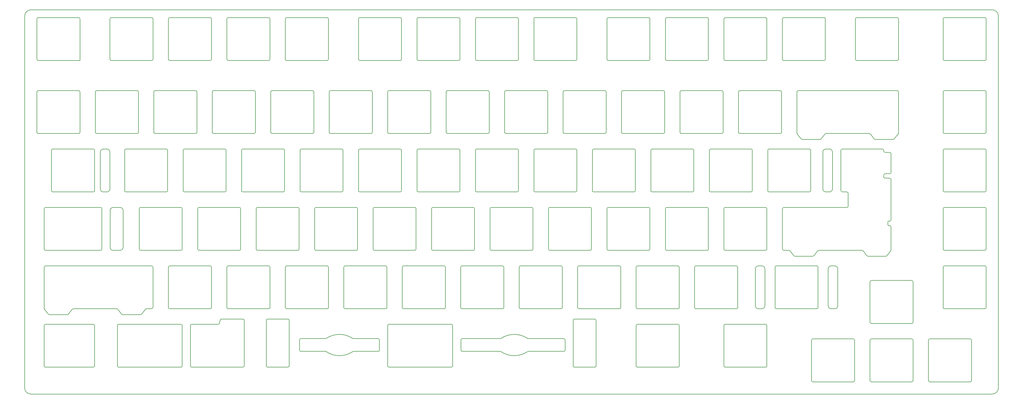
<source format=gbr>
%TF.GenerationSoftware,KiCad,Pcbnew,(5.1.9)-1*%
%TF.CreationDate,2021-10-02T01:37:55-04:00*%
%TF.ProjectId,lckplate,6c636b70-6c61-4746-952e-6b696361645f,rev?*%
%TF.SameCoordinates,Original*%
%TF.FileFunction,Profile,NP*%
%FSLAX46Y46*%
G04 Gerber Fmt 4.6, Leading zero omitted, Abs format (unit mm)*
G04 Created by KiCad (PCBNEW (5.1.9)-1) date 2021-10-02 01:37:55*
%MOMM*%
%LPD*%
G01*
G04 APERTURE LIST*
%TA.AperFunction,Profile*%
%ADD10C,0.200000*%
%TD*%
G04 APERTURE END LIST*
D10*
X252395929Y-118382500D02*
G75*
G02*
X252633121Y-118498816I0J-300000D01*
G01*
X250663500Y-104382500D02*
X271195259Y-104382509D01*
X250163500Y-104882500D02*
G75*
G02*
X250663500Y-104382500I500000J0D01*
G01*
X250163500Y-104882500D02*
X250163500Y-117882500D01*
X252395929Y-118382500D02*
X250663500Y-118382500D01*
X250663500Y-118382500D02*
G75*
G02*
X250163500Y-117882500I0J500000D01*
G01*
X269214000Y-85832500D02*
G75*
G02*
X269714000Y-85332500I500000J0D01*
G01*
X269214000Y-85832500D02*
X269214000Y-98832500D01*
X269714000Y-99332500D02*
G75*
G02*
X269214000Y-98832500I0J500000D01*
G01*
X42616082Y-137549216D02*
G75*
G02*
X42853274Y-137432900I237192J-183684D01*
G01*
X45088350Y-136932900D02*
X45088350Y-123932900D01*
X35120100Y-123432900D02*
X10054935Y-123433000D01*
X42853274Y-137432900D02*
X44588350Y-137432900D01*
X44588350Y-123432900D02*
G75*
G02*
X45088350Y-123932900I0J-500000D01*
G01*
X45088350Y-136932900D02*
G75*
G02*
X44588350Y-137432900I-500000J0D01*
G01*
X44588350Y-123432900D02*
X35120100Y-123432900D01*
X284808250Y-110295500D02*
G75*
G02*
X284508250Y-109995500I0J300000D01*
G01*
X284508250Y-109157500D02*
G75*
G02*
X284808250Y-108857500I300000J0D01*
G01*
X271595250Y-103982509D02*
G75*
G02*
X271195259Y-104382509I-400000J0D01*
G01*
X271195250Y-99332500D02*
G75*
G02*
X271595250Y-99732500I0J-400000D01*
G01*
X283614000Y-94857500D02*
G75*
G02*
X283214000Y-94457500I0J400000D01*
G01*
X283214000Y-93819500D02*
G75*
G02*
X283614000Y-93419500I400000J0D01*
G01*
X283614000Y-86419500D02*
G75*
G02*
X283214000Y-86019500I0J400000D01*
G01*
X284508250Y-109995500D02*
X284508250Y-109157500D01*
X285095250Y-110295500D02*
X284808250Y-110295500D01*
X285594500Y-118245327D02*
X285595250Y-110795500D01*
X285095250Y-110295500D02*
G75*
G02*
X285595250Y-110795500I0J-500000D01*
G01*
X285095250Y-86419500D02*
X283614000Y-86419500D01*
X283614000Y-93419500D02*
X285095250Y-93419500D01*
X285595250Y-92919500D02*
X285595250Y-86919500D01*
X285095250Y-86419500D02*
G75*
G02*
X285595250Y-86919500I0J-500000D01*
G01*
X285595250Y-92919500D02*
G75*
G02*
X285095250Y-93419500I-500000J0D01*
G01*
X271595250Y-99732500D02*
X271595250Y-103982509D01*
X285595250Y-108357500D02*
X285595250Y-95357500D01*
X285095250Y-94857500D02*
X283614000Y-94857500D01*
X284808250Y-108857500D02*
X285095250Y-108857500D01*
X285095250Y-94857500D02*
G75*
G02*
X285595250Y-95357500I0J-500000D01*
G01*
X285595250Y-108357500D02*
G75*
G02*
X285095250Y-108857500I-500000J0D01*
G01*
X283214000Y-86019500D02*
X283214000Y-85832500D01*
X283214000Y-94457500D02*
X283214000Y-93819500D01*
X282714000Y-85332500D02*
X269714000Y-85332500D01*
X269714000Y-99332500D02*
X271195250Y-99332500D01*
X282714000Y-85332500D02*
G75*
G02*
X283214000Y-85832500I0J-500000D01*
G01*
X298188500Y-161244770D02*
G75*
G02*
X297788500Y-160844770I0J400000D01*
G01*
X311788500Y-160844770D02*
G75*
G02*
X311388500Y-161244770I-400000J0D01*
G01*
X311388500Y-147245300D02*
G75*
G02*
X311788500Y-147645300I0J-400000D01*
G01*
X297788500Y-147645300D02*
G75*
G02*
X298188500Y-147245300I400000J0D01*
G01*
X279138500Y-161244770D02*
G75*
G02*
X278738500Y-160844770I0J400000D01*
G01*
X292738500Y-160844770D02*
G75*
G02*
X292338500Y-161244770I-400000J0D01*
G01*
X292338500Y-147245300D02*
G75*
G02*
X292738500Y-147645300I0J-400000D01*
G01*
X278738500Y-147645300D02*
G75*
G02*
X279138500Y-147245300I400000J0D01*
G01*
X260088500Y-161244770D02*
G75*
G02*
X259688500Y-160844770I0J400000D01*
G01*
X273688500Y-160844770D02*
G75*
G02*
X273288500Y-161244770I-400000J0D01*
G01*
X273288500Y-147245300D02*
G75*
G02*
X273688500Y-147645300I0J-400000D01*
G01*
X259688500Y-147645300D02*
G75*
G02*
X260088500Y-147245300I400000J0D01*
G01*
X245113500Y-156082280D02*
G75*
G02*
X244713500Y-156482280I-400000J0D01*
G01*
X244713500Y-142482800D02*
G75*
G02*
X245113500Y-142882800I0J-400000D01*
G01*
X231113500Y-142882800D02*
G75*
G02*
X231513500Y-142482800I400000J0D01*
G01*
X231513500Y-156482280D02*
G75*
G02*
X231113500Y-156082280I0J400000D01*
G01*
X202938500Y-156482280D02*
G75*
G02*
X202538500Y-156082280I0J400000D01*
G01*
X216538500Y-156082280D02*
G75*
G02*
X216138500Y-156482280I-400000J0D01*
G01*
X216138500Y-142482800D02*
G75*
G02*
X216538500Y-142882800I0J-400000D01*
G01*
X202538500Y-142882800D02*
G75*
G02*
X202938500Y-142482800I400000J0D01*
G01*
X181985157Y-141157292D02*
G75*
G02*
X182385157Y-140757292I400000J0D01*
G01*
X189426515Y-156082280D02*
G75*
G02*
X189026515Y-156482280I-400000J0D01*
G01*
X182385157Y-156482280D02*
G75*
G02*
X181985157Y-156082280I0J400000D01*
G01*
X189026515Y-140757292D02*
G75*
G02*
X189426515Y-141157292I0J-400000D01*
G01*
X178948851Y-147183300D02*
G75*
G02*
X179348851Y-147583300I0J-400000D01*
G01*
X179348851Y-150914653D02*
G75*
G02*
X178948851Y-151314653I-400000J0D01*
G01*
X167172688Y-151382920D02*
G75*
G02*
X167396190Y-151314653I223502J-331733D01*
G01*
X167396190Y-147183300D02*
G75*
G02*
X167172688Y-147115033I0J400000D01*
G01*
X158441926Y-147115033D02*
G75*
G02*
X158218424Y-147183300I-223502J331733D01*
G01*
X158218424Y-151314652D02*
G75*
G02*
X158441926Y-151382919I0J-400001D01*
G01*
X145413718Y-147583300D02*
G75*
G02*
X145813718Y-147183300I400000J0D01*
G01*
X145813718Y-151314653D02*
G75*
G02*
X145413718Y-150914653I0J400000D01*
G01*
X118480282Y-147183300D02*
G75*
G02*
X118880282Y-147583300I0J-400000D01*
G01*
X118880282Y-150914653D02*
G75*
G02*
X118480282Y-151314653I-400000J0D01*
G01*
X92818358Y-147583300D02*
G75*
G02*
X93218358Y-147183300I400000J0D01*
G01*
X93218358Y-151314653D02*
G75*
G02*
X92818358Y-150914653I0J400000D01*
G01*
X82409820Y-156482280D02*
G75*
G02*
X82009820Y-156082280I0J400000D01*
G01*
X89451178Y-156082280D02*
G75*
G02*
X89051178Y-156482280I-400000J0D01*
G01*
X89051178Y-140757292D02*
G75*
G02*
X89451178Y-141157292I0J-400000D01*
G01*
X82009820Y-141157292D02*
G75*
G02*
X82409820Y-140757292I400000J0D01*
G01*
X74400000Y-140757292D02*
G75*
G02*
X74800000Y-141157292I0J-400000D01*
G01*
X74800000Y-156082280D02*
G75*
G02*
X74400000Y-156482280I-400000J0D01*
G01*
X9657410Y-142882800D02*
G75*
G02*
X10057410Y-142482800I400000J0D01*
G01*
X10057410Y-156482280D02*
G75*
G02*
X9657410Y-156082280I0J400000D01*
G01*
X25638200Y-142482800D02*
G75*
G02*
X26038200Y-142882800I0J-400000D01*
G01*
X26038200Y-156082280D02*
G75*
G02*
X25638200Y-156482280I-400000J0D01*
G01*
X33868500Y-156482280D02*
G75*
G02*
X33468500Y-156082280I0J400000D01*
G01*
X33468500Y-142882800D02*
G75*
G02*
X33868500Y-142482800I400000J0D01*
G01*
X57282500Y-142882800D02*
G75*
G02*
X57682500Y-142482800I400000J0D01*
G01*
X54213000Y-142482800D02*
G75*
G02*
X54613000Y-142882800I0J-400000D01*
G01*
X54613000Y-156082280D02*
G75*
G02*
X54213000Y-156482280I-400000J0D01*
G01*
X57682500Y-156482280D02*
G75*
G02*
X57282500Y-156082280I0J400000D01*
G01*
X142719500Y-156082280D02*
G75*
G02*
X142319500Y-156482280I-400000J0D01*
G01*
X121974500Y-156482280D02*
G75*
G02*
X121574500Y-156082280I0J400000D01*
G01*
X121574500Y-142882800D02*
G75*
G02*
X121974500Y-142482800I400000J0D01*
G01*
X142319500Y-142482800D02*
G75*
G02*
X142719500Y-142882800I0J-400000D01*
G01*
X110438203Y-147183300D02*
G75*
G02*
X110214701Y-147115033I0J400000D01*
G01*
X101483939Y-147115033D02*
G75*
G02*
X101260437Y-147183300I-223502J331733D01*
G01*
X101260437Y-151314652D02*
G75*
G02*
X101483939Y-151382919I0J-400001D01*
G01*
X110214701Y-151382920D02*
G75*
G02*
X110438203Y-151314653I223502J-331733D01*
G01*
X67008024Y-141062021D02*
G75*
G02*
X67396513Y-140757292I388489J-95271D01*
G01*
X66734330Y-142178071D02*
G75*
G02*
X66345841Y-142482800I-388489J95271D01*
G01*
X9654935Y-123833000D02*
G75*
G02*
X10054935Y-123433000I400000J0D01*
G01*
X9738679Y-137540339D02*
G75*
G02*
X9654935Y-137295427I316256J244912D01*
G01*
X11338589Y-139353014D02*
G75*
G02*
X11022333Y-139197926I0J400000D01*
G01*
X18785833Y-137587288D02*
G75*
G02*
X19102089Y-137432200I316256J-244912D01*
G01*
X17538536Y-139197926D02*
G75*
G02*
X17222280Y-139353014I-316256J244912D01*
G01*
X33259546Y-137432200D02*
G75*
G02*
X33575802Y-137587288I0J-400000D01*
G01*
X35139354Y-139353014D02*
G75*
G02*
X34823098Y-139197926I1J400000D01*
G01*
X41339302Y-139197926D02*
G75*
G02*
X41023046Y-139353014I-316256J244912D01*
G01*
X50538700Y-137432300D02*
G75*
G02*
X50138700Y-137032300I0J400000D01*
G01*
X50138700Y-123832900D02*
G75*
G02*
X50538700Y-123432900I400000J0D01*
G01*
X63738000Y-123432900D02*
G75*
G02*
X64138000Y-123832900I0J-400000D01*
G01*
X64138000Y-137032300D02*
G75*
G02*
X63738000Y-137432300I-400000J0D01*
G01*
X69588700Y-137432300D02*
G75*
G02*
X69188700Y-137032300I0J400000D01*
G01*
X69188700Y-123832900D02*
G75*
G02*
X69588700Y-123432900I400000J0D01*
G01*
X82788000Y-123432900D02*
G75*
G02*
X83188000Y-123832900I0J-400000D01*
G01*
X83188000Y-137032300D02*
G75*
G02*
X82788000Y-137432300I-400000J0D01*
G01*
X88638700Y-137432300D02*
G75*
G02*
X88238700Y-137032300I0J400000D01*
G01*
X88238700Y-123832900D02*
G75*
G02*
X88638700Y-123432900I400000J0D01*
G01*
X101838000Y-123432900D02*
G75*
G02*
X102238000Y-123832900I0J-400000D01*
G01*
X102238000Y-137032300D02*
G75*
G02*
X101838000Y-137432300I-400000J0D01*
G01*
X107688500Y-137432300D02*
G75*
G02*
X107288500Y-137032300I0J400000D01*
G01*
X107288500Y-123832900D02*
G75*
G02*
X107688500Y-123432900I400000J0D01*
G01*
X120888500Y-123432900D02*
G75*
G02*
X121288500Y-123832900I0J-400000D01*
G01*
X121288500Y-137032300D02*
G75*
G02*
X120888500Y-137432300I-400000J0D01*
G01*
X126338500Y-123832900D02*
G75*
G02*
X126738500Y-123432900I400000J0D01*
G01*
X126738500Y-137432300D02*
G75*
G02*
X126338500Y-137032300I0J400000D01*
G01*
X140338500Y-137032300D02*
G75*
G02*
X139938500Y-137432300I-400000J0D01*
G01*
X139938500Y-123432900D02*
G75*
G02*
X140338500Y-123832900I0J-400000D01*
G01*
X145388500Y-123832900D02*
G75*
G02*
X145788500Y-123432900I400000J0D01*
G01*
X158988500Y-123432900D02*
G75*
G02*
X159388500Y-123832900I0J-400000D01*
G01*
X159388500Y-137032300D02*
G75*
G02*
X158988500Y-137432300I-400000J0D01*
G01*
X145788500Y-137432300D02*
G75*
G02*
X145388500Y-137032300I0J400000D01*
G01*
X164838500Y-137432300D02*
G75*
G02*
X164438500Y-137032300I0J400000D01*
G01*
X164438500Y-123832900D02*
G75*
G02*
X164838500Y-123432900I400000J0D01*
G01*
X178038500Y-123432900D02*
G75*
G02*
X178438500Y-123832900I0J-400000D01*
G01*
X178438500Y-137032300D02*
G75*
G02*
X178038500Y-137432300I-400000J0D01*
G01*
X183888500Y-137432300D02*
G75*
G02*
X183488500Y-137032300I0J400000D01*
G01*
X183488500Y-123832900D02*
G75*
G02*
X183888500Y-123432900I400000J0D01*
G01*
X197088500Y-123432900D02*
G75*
G02*
X197488500Y-123832900I0J-400000D01*
G01*
X197488500Y-137032300D02*
G75*
G02*
X197088500Y-137432300I-400000J0D01*
G01*
X216538500Y-137032300D02*
G75*
G02*
X216138500Y-137432300I-400000J0D01*
G01*
X202938500Y-137432300D02*
G75*
G02*
X202538500Y-137032300I0J400000D01*
G01*
X202538500Y-123832900D02*
G75*
G02*
X202938500Y-123432900I400000J0D01*
G01*
X216138500Y-123432900D02*
G75*
G02*
X216538500Y-123832900I0J-400000D01*
G01*
X235188500Y-123432900D02*
G75*
G02*
X235588500Y-123832900I0J-400000D01*
G01*
X221988500Y-137432300D02*
G75*
G02*
X221588500Y-137032300I0J400000D01*
G01*
X221588500Y-123832900D02*
G75*
G02*
X221988500Y-123432900I400000J0D01*
G01*
X235588500Y-137032300D02*
G75*
G02*
X235188500Y-137432300I-400000J0D01*
G01*
X248182500Y-137432300D02*
G75*
G02*
X247782500Y-137032300I0J400000D01*
G01*
X261381500Y-123432900D02*
G75*
G02*
X261781500Y-123832900I0J-400000D01*
G01*
X247782500Y-123832900D02*
G75*
G02*
X248182500Y-123432900I400000J0D01*
G01*
X261781500Y-137032300D02*
G75*
G02*
X261381500Y-137432300I-400000J0D01*
G01*
X292738500Y-141794800D02*
G75*
G02*
X292338500Y-142194800I-400000J0D01*
G01*
X279138500Y-142194800D02*
G75*
G02*
X278738500Y-141794800I0J400000D01*
G01*
X278738500Y-128595400D02*
G75*
G02*
X279138500Y-128195400I400000J0D01*
G01*
X292338500Y-128195400D02*
G75*
G02*
X292738500Y-128595400I0J-400000D01*
G01*
X302951500Y-137432300D02*
G75*
G02*
X302551500Y-137032300I0J400000D01*
G01*
X316550500Y-137032300D02*
G75*
G02*
X316150500Y-137432300I-400000J0D01*
G01*
X316150500Y-123432900D02*
G75*
G02*
X316550500Y-123832900I0J-400000D01*
G01*
X302551500Y-123832900D02*
G75*
G02*
X302951500Y-123432900I400000J0D01*
G01*
X73663000Y-117982100D02*
G75*
G02*
X73263000Y-118382100I-400000J0D01*
G01*
X73263000Y-104382900D02*
G75*
G02*
X73663000Y-104782900I0J-400000D01*
G01*
X59663700Y-104782900D02*
G75*
G02*
X60063700Y-104382900I400000J0D01*
G01*
X60063700Y-118382100D02*
G75*
G02*
X59663700Y-117982100I0J400000D01*
G01*
X26726200Y-80282100D02*
G75*
G02*
X26326200Y-79882100I0J400000D01*
G01*
X121574500Y-66682900D02*
G75*
G02*
X121974500Y-66282900I400000J0D01*
G01*
X135175500Y-66282900D02*
G75*
G02*
X135575500Y-66682900I0J-400000D01*
G01*
X135575500Y-79882100D02*
G75*
G02*
X135175500Y-80282100I-400000J0D01*
G01*
X121974500Y-80282100D02*
G75*
G02*
X121574500Y-79882100I0J400000D01*
G01*
X40613700Y-104782900D02*
G75*
G02*
X41013700Y-104382900I400000J0D01*
G01*
X54213000Y-104382900D02*
G75*
G02*
X54613000Y-104782900I0J-400000D01*
G01*
X54613000Y-117982100D02*
G75*
G02*
X54213000Y-118382100I-400000J0D01*
G01*
X41013700Y-118382100D02*
G75*
G02*
X40613700Y-117982100I0J400000D01*
G01*
X10057410Y-118382100D02*
G75*
G02*
X9657410Y-117982100I0J400000D01*
G01*
X28419400Y-117982100D02*
G75*
G02*
X28019400Y-118382100I-400000J0D01*
G01*
X9657410Y-104782900D02*
G75*
G02*
X10057410Y-104382900I400000J0D01*
G01*
X28019400Y-104382900D02*
G75*
G02*
X28419400Y-104782900I0J-400000D01*
G01*
X87550500Y-85332900D02*
G75*
G02*
X87950500Y-85732900I0J-400000D01*
G01*
X87950500Y-98932100D02*
G75*
G02*
X87550500Y-99332100I-400000J0D01*
G01*
X73951200Y-85732900D02*
G75*
G02*
X74351200Y-85332900I400000J0D01*
G01*
X74351200Y-99332100D02*
G75*
G02*
X73951200Y-98932100I0J400000D01*
G01*
X55301200Y-99332100D02*
G75*
G02*
X54901200Y-98932100I0J400000D01*
G01*
X68900500Y-98932100D02*
G75*
G02*
X68500500Y-99332100I-400000J0D01*
G01*
X68500500Y-85332900D02*
G75*
G02*
X68900500Y-85732900I0J-400000D01*
G01*
X54901200Y-85732900D02*
G75*
G02*
X55301200Y-85332900I400000J0D01*
G01*
X36251200Y-99332100D02*
G75*
G02*
X35851200Y-98932100I0J400000D01*
G01*
X49850500Y-98932100D02*
G75*
G02*
X49450500Y-99332100I-400000J0D01*
G01*
X49450500Y-85332900D02*
G75*
G02*
X49850500Y-85732900I0J-400000D01*
G01*
X35851200Y-85732900D02*
G75*
G02*
X36251200Y-85332900I400000J0D01*
G01*
X12038660Y-85732900D02*
G75*
G02*
X12438660Y-85332900I400000J0D01*
G01*
X12438660Y-99332100D02*
G75*
G02*
X12038660Y-98932100I0J400000D01*
G01*
X26038200Y-98932100D02*
G75*
G02*
X25638200Y-99332100I-400000J0D01*
G01*
X25638200Y-85332900D02*
G75*
G02*
X26038200Y-85732900I0J-400000D01*
G01*
X79113700Y-118382100D02*
G75*
G02*
X78713700Y-117982100I0J400000D01*
G01*
X92713000Y-117982100D02*
G75*
G02*
X92313000Y-118382100I-400000J0D01*
G01*
X78713700Y-104782900D02*
G75*
G02*
X79113700Y-104382900I400000J0D01*
G01*
X92313000Y-104382900D02*
G75*
G02*
X92713000Y-104782900I0J-400000D01*
G01*
X207013500Y-117982100D02*
G75*
G02*
X206613500Y-118382100I-400000J0D01*
G01*
X206613500Y-104382900D02*
G75*
G02*
X207013500Y-104782900I0J-400000D01*
G01*
X193013500Y-104782900D02*
G75*
G02*
X193413500Y-104382900I400000J0D01*
G01*
X193413500Y-118382100D02*
G75*
G02*
X193013500Y-117982100I0J400000D01*
G01*
X187963500Y-117982100D02*
G75*
G02*
X187563500Y-118382100I-400000J0D01*
G01*
X173963500Y-104782900D02*
G75*
G02*
X174363500Y-104382900I400000J0D01*
G01*
X187563500Y-104382900D02*
G75*
G02*
X187963500Y-104782900I0J-400000D01*
G01*
X174363500Y-118382100D02*
G75*
G02*
X173963500Y-117982100I0J400000D01*
G01*
X155313500Y-118382100D02*
G75*
G02*
X154913500Y-117982100I0J400000D01*
G01*
X168913500Y-117982100D02*
G75*
G02*
X168513500Y-118382100I-400000J0D01*
G01*
X168513500Y-104382900D02*
G75*
G02*
X168913500Y-104782900I0J-400000D01*
G01*
X154913500Y-104782900D02*
G75*
G02*
X155313500Y-104382900I400000J0D01*
G01*
X149863500Y-117982100D02*
G75*
G02*
X149463500Y-118382100I-400000J0D01*
G01*
X149463500Y-104382900D02*
G75*
G02*
X149863500Y-104782900I0J-400000D01*
G01*
X135863500Y-104782900D02*
G75*
G02*
X136263500Y-104382900I400000J0D01*
G01*
X136263500Y-118382100D02*
G75*
G02*
X135863500Y-117982100I0J400000D01*
G01*
X130813500Y-117982100D02*
G75*
G02*
X130413500Y-118382100I-400000J0D01*
G01*
X117213500Y-118382100D02*
G75*
G02*
X116813500Y-117982100I0J400000D01*
G01*
X116813500Y-104782900D02*
G75*
G02*
X117213500Y-104382900I400000J0D01*
G01*
X130413500Y-104382900D02*
G75*
G02*
X130813500Y-104782900I0J-400000D01*
G01*
X97763700Y-104782900D02*
G75*
G02*
X98163700Y-104382900I400000J0D01*
G01*
X98163700Y-118382100D02*
G75*
G02*
X97763700Y-117982100I0J400000D01*
G01*
X111763500Y-117982100D02*
G75*
G02*
X111363500Y-118382100I-400000J0D01*
G01*
X111363500Y-104382900D02*
G75*
G02*
X111763500Y-104782900I0J-400000D01*
G01*
X93401200Y-99332100D02*
G75*
G02*
X93001200Y-98932100I0J400000D01*
G01*
X93001200Y-85732900D02*
G75*
G02*
X93401200Y-85332900I400000J0D01*
G01*
X106600500Y-85332900D02*
G75*
G02*
X107000500Y-85732900I0J-400000D01*
G01*
X107000500Y-98932100D02*
G75*
G02*
X106600500Y-99332100I-400000J0D01*
G01*
X112051500Y-85732900D02*
G75*
G02*
X112451500Y-85332900I400000J0D01*
G01*
X112451500Y-99332100D02*
G75*
G02*
X112051500Y-98932100I0J400000D01*
G01*
X126050500Y-98932100D02*
G75*
G02*
X125650500Y-99332100I-400000J0D01*
G01*
X125650500Y-85332900D02*
G75*
G02*
X126050500Y-85732900I0J-400000D01*
G01*
X131101500Y-85732900D02*
G75*
G02*
X131501500Y-85332900I400000J0D01*
G01*
X131501500Y-99332100D02*
G75*
G02*
X131101500Y-98932100I0J400000D01*
G01*
X144700500Y-85332900D02*
G75*
G02*
X145100500Y-85732900I0J-400000D01*
G01*
X145100500Y-98932100D02*
G75*
G02*
X144700500Y-99332100I-400000J0D01*
G01*
X150551500Y-99332100D02*
G75*
G02*
X150151500Y-98932100I0J400000D01*
G01*
X150151500Y-85732900D02*
G75*
G02*
X150551500Y-85332900I400000J0D01*
G01*
X163750500Y-85332900D02*
G75*
G02*
X164150500Y-85732900I0J-400000D01*
G01*
X164150500Y-98932100D02*
G75*
G02*
X163750500Y-99332100I-400000J0D01*
G01*
X169601500Y-99332100D02*
G75*
G02*
X169201500Y-98932100I0J400000D01*
G01*
X169201500Y-85732900D02*
G75*
G02*
X169601500Y-85332900I400000J0D01*
G01*
X182800500Y-85332900D02*
G75*
G02*
X183200500Y-85732900I0J-400000D01*
G01*
X183200500Y-98932100D02*
G75*
G02*
X182800500Y-99332100I-400000J0D01*
G01*
X302951500Y-118382100D02*
G75*
G02*
X302551500Y-117982100I0J400000D01*
G01*
X316550500Y-117982100D02*
G75*
G02*
X316150500Y-118382100I-400000J0D01*
G01*
X316150500Y-104382900D02*
G75*
G02*
X316550500Y-104782900I0J-400000D01*
G01*
X302551500Y-104782900D02*
G75*
G02*
X302951500Y-104382900I400000J0D01*
G01*
X212463500Y-118382100D02*
G75*
G02*
X212063500Y-117982100I0J400000D01*
G01*
X212063500Y-104782900D02*
G75*
G02*
X212463500Y-104382900I400000J0D01*
G01*
X225663500Y-104382900D02*
G75*
G02*
X226063500Y-104782900I0J-400000D01*
G01*
X226063500Y-117982100D02*
G75*
G02*
X225663500Y-118382100I-400000J0D01*
G01*
X244713500Y-104382900D02*
G75*
G02*
X245113500Y-104782900I0J-400000D01*
G01*
X231113500Y-104782900D02*
G75*
G02*
X231513500Y-104382900I400000J0D01*
G01*
X231513500Y-118382100D02*
G75*
G02*
X231113500Y-117982100I0J400000D01*
G01*
X245113500Y-117982100D02*
G75*
G02*
X244713500Y-118382100I-400000J0D01*
G01*
X285594500Y-118245327D02*
G75*
G02*
X285510756Y-118490239I-400000J0D01*
G01*
X284227102Y-120147826D02*
G75*
G02*
X283910846Y-120302914I-316256J244912D01*
G01*
X278027154Y-120302914D02*
G75*
G02*
X277710898Y-120147826I1J400000D01*
G01*
X276147346Y-118382100D02*
G75*
G02*
X276463602Y-118537188I0J-400000D01*
G01*
X261673633Y-118537188D02*
G75*
G02*
X261989889Y-118382100I316256J-244912D01*
G01*
X260426336Y-120147826D02*
G75*
G02*
X260110080Y-120302914I-316256J244912D01*
G01*
X254226389Y-120302914D02*
G75*
G02*
X253910133Y-120147826I0J400000D01*
G01*
X188651500Y-99332100D02*
G75*
G02*
X188251500Y-98932100I0J400000D01*
G01*
X188251500Y-85732900D02*
G75*
G02*
X188651500Y-85332900I400000J0D01*
G01*
X201850500Y-85332900D02*
G75*
G02*
X202250500Y-85732900I0J-400000D01*
G01*
X202250500Y-98932100D02*
G75*
G02*
X201850500Y-99332100I-400000J0D01*
G01*
X207701500Y-99332100D02*
G75*
G02*
X207301500Y-98932100I0J400000D01*
G01*
X207301500Y-85732900D02*
G75*
G02*
X207701500Y-85332900I400000J0D01*
G01*
X220900500Y-85332900D02*
G75*
G02*
X221300500Y-85732900I0J-400000D01*
G01*
X221300500Y-98932100D02*
G75*
G02*
X220900500Y-99332100I-400000J0D01*
G01*
X226751500Y-99332100D02*
G75*
G02*
X226351500Y-98932100I0J400000D01*
G01*
X226351500Y-85732900D02*
G75*
G02*
X226751500Y-85332900I400000J0D01*
G01*
X239950500Y-85332900D02*
G75*
G02*
X240350500Y-85732900I0J-400000D01*
G01*
X240350500Y-98932100D02*
G75*
G02*
X239950500Y-99332100I-400000J0D01*
G01*
X316150500Y-85332900D02*
G75*
G02*
X316550500Y-85732900I0J-400000D01*
G01*
X316550500Y-98932100D02*
G75*
G02*
X316150500Y-99332100I-400000J0D01*
G01*
X302951500Y-99332100D02*
G75*
G02*
X302551500Y-98932100I0J400000D01*
G01*
X302551500Y-85732900D02*
G75*
G02*
X302951500Y-85332900I400000J0D01*
G01*
X245401500Y-85732900D02*
G75*
G02*
X245801500Y-85332900I400000J0D01*
G01*
X245801500Y-99332100D02*
G75*
G02*
X245401500Y-98932100I0J400000D01*
G01*
X259400500Y-98932100D02*
G75*
G02*
X259000500Y-99332100I-400000J0D01*
G01*
X259000500Y-85332900D02*
G75*
G02*
X259400500Y-85732900I0J-400000D01*
G01*
X140626500Y-66682900D02*
G75*
G02*
X141026500Y-66282900I400000J0D01*
G01*
X141026500Y-80282100D02*
G75*
G02*
X140626500Y-79882100I0J400000D01*
G01*
X154625500Y-79882100D02*
G75*
G02*
X154225500Y-80282100I-400000J0D01*
G01*
X154225500Y-66282900D02*
G75*
G02*
X154625500Y-66682900I0J-400000D01*
G01*
X159676500Y-66682900D02*
G75*
G02*
X160076500Y-66282900I400000J0D01*
G01*
X160076500Y-80282100D02*
G75*
G02*
X159676500Y-79882100I0J400000D01*
G01*
X179126500Y-80282100D02*
G75*
G02*
X178726500Y-79882100I0J400000D01*
G01*
X173275500Y-66282900D02*
G75*
G02*
X173675500Y-66682900I0J-400000D01*
G01*
X173675500Y-79882100D02*
G75*
G02*
X173275500Y-80282100I-400000J0D01*
G01*
X178726500Y-66682900D02*
G75*
G02*
X179126500Y-66282900I400000J0D01*
G01*
X192325500Y-66282900D02*
G75*
G02*
X192725500Y-66682900I0J-400000D01*
G01*
X192725500Y-79882100D02*
G75*
G02*
X192325500Y-80282100I-400000J0D01*
G01*
X198176500Y-80282100D02*
G75*
G02*
X197776500Y-79882100I0J400000D01*
G01*
X211775500Y-79882100D02*
G75*
G02*
X211375500Y-80282100I-400000J0D01*
G01*
X197776500Y-66682900D02*
G75*
G02*
X198176500Y-66282900I400000J0D01*
G01*
X211375500Y-66282900D02*
G75*
G02*
X211775500Y-66682900I0J-400000D01*
G01*
X216826500Y-66682900D02*
G75*
G02*
X217226500Y-66282900I400000J0D01*
G01*
X217226500Y-80282100D02*
G75*
G02*
X216826500Y-79882100I0J400000D01*
G01*
X230825500Y-79882100D02*
G75*
G02*
X230425500Y-80282100I-400000J0D01*
G01*
X230425500Y-66282900D02*
G75*
G02*
X230825500Y-66682900I0J-400000D01*
G01*
X236276500Y-80282100D02*
G75*
G02*
X235876500Y-79882100I0J400000D01*
G01*
X235876500Y-66682900D02*
G75*
G02*
X236276500Y-66282900I400000J0D01*
G01*
X249475500Y-66282900D02*
G75*
G02*
X249875500Y-66682900I0J-400000D01*
G01*
X249875500Y-79882100D02*
G75*
G02*
X249475500Y-80282100I-400000J0D01*
G01*
X254924285Y-66682900D02*
G75*
G02*
X255324285Y-66282900I400000J0D01*
G01*
X255008029Y-80390239D02*
G75*
G02*
X254924285Y-80145327I316256J244912D01*
G01*
X256607939Y-82202914D02*
G75*
G02*
X256291683Y-82047826I0J400000D01*
G01*
X264055183Y-80437188D02*
G75*
G02*
X264371439Y-80282100I316256J-244912D01*
G01*
X262807886Y-82047826D02*
G75*
G02*
X262491630Y-82202914I-316256J244912D01*
G01*
X278528896Y-80282100D02*
G75*
G02*
X278845152Y-80437188I0J-400000D01*
G01*
X280408704Y-82202914D02*
G75*
G02*
X280092448Y-82047826I1J400000D01*
G01*
X286608652Y-82047826D02*
G75*
G02*
X286292396Y-82202914I-316256J244912D01*
G01*
X287976050Y-80145327D02*
G75*
G02*
X287892306Y-80390239I-400000J0D01*
G01*
X287576050Y-66282900D02*
G75*
G02*
X287976050Y-66682900I0J-400000D01*
G01*
X302951500Y-80282100D02*
G75*
G02*
X302551500Y-79882100I0J400000D01*
G01*
X316550500Y-79882100D02*
G75*
G02*
X316150500Y-80282100I-400000J0D01*
G01*
X316150500Y-66282900D02*
G75*
G02*
X316550500Y-66682900I0J-400000D01*
G01*
X302551500Y-66682900D02*
G75*
G02*
X302951500Y-66282900I400000J0D01*
G01*
X316550500Y-56069800D02*
G75*
G02*
X316150500Y-56469800I-400000J0D01*
G01*
X316150500Y-42470800D02*
G75*
G02*
X316550500Y-42870800I0J-400000D01*
G01*
X302551500Y-42870800D02*
G75*
G02*
X302951500Y-42470800I400000J0D01*
G01*
X302951500Y-56469800D02*
G75*
G02*
X302551500Y-56069800I0J400000D01*
G01*
X287975500Y-56069800D02*
G75*
G02*
X287575500Y-56469800I-400000J0D01*
G01*
X287575500Y-42470800D02*
G75*
G02*
X287975500Y-42870800I0J-400000D01*
G01*
X273976500Y-42870800D02*
G75*
G02*
X274376500Y-42470800I400000J0D01*
G01*
X274376500Y-56469800D02*
G75*
G02*
X273976500Y-56069800I0J400000D01*
G01*
X264163500Y-56069800D02*
G75*
G02*
X263763500Y-56469800I-400000J0D01*
G01*
X263763500Y-42470800D02*
G75*
G02*
X264163500Y-42870800I0J-400000D01*
G01*
X250163500Y-42870800D02*
G75*
G02*
X250563500Y-42470800I400000J0D01*
G01*
X250563500Y-56469800D02*
G75*
G02*
X250163500Y-56069800I0J400000D01*
G01*
X245113500Y-56069800D02*
G75*
G02*
X244713500Y-56469800I-400000J0D01*
G01*
X244713500Y-42470800D02*
G75*
G02*
X245113500Y-42870800I0J-400000D01*
G01*
X231113500Y-42870800D02*
G75*
G02*
X231513500Y-42470800I400000J0D01*
G01*
X231513500Y-56469800D02*
G75*
G02*
X231113500Y-56069800I0J400000D01*
G01*
X212063500Y-42870800D02*
G75*
G02*
X212463500Y-42470800I400000J0D01*
G01*
X225663500Y-42470800D02*
G75*
G02*
X226063500Y-42870800I0J-400000D01*
G01*
X226063500Y-56069800D02*
G75*
G02*
X225663500Y-56469800I-400000J0D01*
G01*
X212463500Y-56469800D02*
G75*
G02*
X212063500Y-56069800I0J400000D01*
G01*
X193413500Y-56469800D02*
G75*
G02*
X193013500Y-56069800I0J400000D01*
G01*
X207013500Y-56069800D02*
G75*
G02*
X206613500Y-56469800I-400000J0D01*
G01*
X206613500Y-42470800D02*
G75*
G02*
X207013500Y-42870800I0J-400000D01*
G01*
X193013500Y-42870800D02*
G75*
G02*
X193413500Y-42470800I400000J0D01*
G01*
X182800500Y-42470800D02*
G75*
G02*
X183200500Y-42870800I0J-400000D01*
G01*
X169201500Y-42870800D02*
G75*
G02*
X169601500Y-42470800I400000J0D01*
G01*
X169601500Y-56469800D02*
G75*
G02*
X169201500Y-56069800I0J400000D01*
G01*
X183200500Y-56069800D02*
G75*
G02*
X182800500Y-56469800I-400000J0D01*
G01*
X150551500Y-56469800D02*
G75*
G02*
X150151500Y-56069800I0J400000D01*
G01*
X164150500Y-56069800D02*
G75*
G02*
X163750500Y-56469800I-400000J0D01*
G01*
X163750500Y-42470800D02*
G75*
G02*
X164150500Y-42870800I0J-400000D01*
G01*
X150151500Y-42870800D02*
G75*
G02*
X150551500Y-42470800I400000J0D01*
G01*
X131101500Y-42870800D02*
G75*
G02*
X131501500Y-42470800I400000J0D01*
G01*
X144700500Y-42470800D02*
G75*
G02*
X145100500Y-42870800I0J-400000D01*
G01*
X145100500Y-56069800D02*
G75*
G02*
X144700500Y-56469800I-400000J0D01*
G01*
X131501500Y-56469800D02*
G75*
G02*
X131101500Y-56069800I0J400000D01*
G01*
X126050500Y-56069800D02*
G75*
G02*
X125650500Y-56469800I-400000J0D01*
G01*
X125650500Y-42470800D02*
G75*
G02*
X126050500Y-42870800I0J-400000D01*
G01*
X112051500Y-42870800D02*
G75*
G02*
X112451500Y-42470800I400000J0D01*
G01*
X112451500Y-56469800D02*
G75*
G02*
X112051500Y-56069800I0J400000D01*
G01*
X88638700Y-56469800D02*
G75*
G02*
X88238700Y-56069800I0J400000D01*
G01*
X102238000Y-56069800D02*
G75*
G02*
X101838000Y-56469800I-400000J0D01*
G01*
X101838000Y-42470800D02*
G75*
G02*
X102238000Y-42870800I0J-400000D01*
G01*
X88238700Y-42870800D02*
G75*
G02*
X88638700Y-42470800I400000J0D01*
G01*
X82788000Y-42470800D02*
G75*
G02*
X83188000Y-42870800I0J-400000D01*
G01*
X69188700Y-42870800D02*
G75*
G02*
X69588700Y-42470800I400000J0D01*
G01*
X69588700Y-56469800D02*
G75*
G02*
X69188700Y-56069800I0J400000D01*
G01*
X83188000Y-56069800D02*
G75*
G02*
X82788000Y-56469800I-400000J0D01*
G01*
X7676150Y-56469800D02*
G75*
G02*
X7276150Y-56069800I0J400000D01*
G01*
X7276150Y-42870800D02*
G75*
G02*
X7676150Y-42470800I400000J0D01*
G01*
X20875700Y-42470800D02*
G75*
G02*
X21275700Y-42870800I0J-400000D01*
G01*
X64138000Y-56069800D02*
G75*
G02*
X63738000Y-56469800I-400000J0D01*
G01*
X63738000Y-42470800D02*
G75*
G02*
X64138000Y-42870800I0J-400000D01*
G01*
X50138700Y-42870800D02*
G75*
G02*
X50538700Y-42470800I400000J0D01*
G01*
X50538700Y-56469800D02*
G75*
G02*
X50138700Y-56069800I0J400000D01*
G01*
X45088000Y-56069800D02*
G75*
G02*
X44688000Y-56469800I-400000J0D01*
G01*
X31488700Y-56469800D02*
G75*
G02*
X31088700Y-56069800I0J400000D01*
G01*
X44688000Y-42470800D02*
G75*
G02*
X45088000Y-42870800I0J-400000D01*
G01*
X31088700Y-42870800D02*
G75*
G02*
X31488700Y-42470800I400000J0D01*
G01*
X116525500Y-79882100D02*
G75*
G02*
X116125500Y-80282100I-400000J0D01*
G01*
X116125500Y-66282900D02*
G75*
G02*
X116525500Y-66682900I0J-400000D01*
G01*
X102524800Y-66682900D02*
G75*
G02*
X102924800Y-66282900I400000J0D01*
G01*
X102924800Y-80282100D02*
G75*
G02*
X102524800Y-79882100I0J400000D01*
G01*
X83876200Y-80282100D02*
G75*
G02*
X83476200Y-79882100I0J400000D01*
G01*
X97475500Y-79882100D02*
G75*
G02*
X97075500Y-80282100I-400000J0D01*
G01*
X97075500Y-66282900D02*
G75*
G02*
X97475500Y-66682900I0J-400000D01*
G01*
X83476200Y-66682900D02*
G75*
G02*
X83876200Y-66282900I400000J0D01*
G01*
X78425500Y-79882100D02*
G75*
G02*
X78025500Y-80282100I-400000J0D01*
G01*
X78025500Y-66282900D02*
G75*
G02*
X78425500Y-66682900I0J-400000D01*
G01*
X64426200Y-66682900D02*
G75*
G02*
X64826200Y-66282900I400000J0D01*
G01*
X64826200Y-80282100D02*
G75*
G02*
X64426200Y-79882100I0J400000D01*
G01*
X45776200Y-80282100D02*
G75*
G02*
X45376200Y-79882100I0J400000D01*
G01*
X59375500Y-79882100D02*
G75*
G02*
X58975500Y-80282100I-400000J0D01*
G01*
X58975500Y-66282900D02*
G75*
G02*
X59375500Y-66682900I0J-400000D01*
G01*
X45376200Y-66682900D02*
G75*
G02*
X45776200Y-66282900I400000J0D01*
G01*
X7276150Y-66682900D02*
G75*
G02*
X7676150Y-66282900I400000J0D01*
G01*
X7676150Y-80282100D02*
G75*
G02*
X7276150Y-79882100I0J400000D01*
G01*
X21275700Y-79882100D02*
G75*
G02*
X20875700Y-80282100I-400000J0D01*
G01*
X20875700Y-66282900D02*
G75*
G02*
X21275700Y-66682900I0J-400000D01*
G01*
X26326200Y-66682900D02*
G75*
G02*
X26726200Y-66282900I400000J0D01*
G01*
X39925500Y-66282900D02*
G75*
G02*
X40325500Y-66682900I0J-400000D01*
G01*
X40325500Y-79882100D02*
G75*
G02*
X39925500Y-80282100I-400000J0D01*
G01*
X7676150Y-42470800D02*
X20875700Y-42470800D01*
X261673633Y-118537188D02*
X260426336Y-120147826D01*
X252633121Y-118498816D02*
X253910133Y-120147826D01*
X260110080Y-120302914D02*
X254226389Y-120302914D01*
X276463602Y-118537188D02*
X277710898Y-120147826D01*
X285510756Y-118490239D02*
X284227102Y-120147826D01*
X278027155Y-120302914D02*
X283910846Y-120302914D01*
X261989889Y-118382100D02*
X276147346Y-118382100D01*
X264055183Y-80437188D02*
X262807886Y-82047826D01*
X255008029Y-80390239D02*
X256291683Y-82047826D01*
X262491630Y-82202914D02*
X256607939Y-82202914D01*
X278845152Y-80437188D02*
X280092448Y-82047826D01*
X254924285Y-80145327D02*
X254924285Y-66682900D01*
X287892306Y-80390239D02*
X286608652Y-82047826D01*
X287976050Y-66682900D02*
X287976050Y-80145327D01*
X280408705Y-82202914D02*
X286292396Y-82202914D01*
X264371439Y-80282100D02*
X278528896Y-80282100D01*
X255324285Y-66282900D02*
X287576050Y-66282900D01*
X18785833Y-137587288D02*
X17538536Y-139197926D01*
X9738679Y-137540339D02*
X11022333Y-139197926D01*
X17222280Y-139353014D02*
X11338589Y-139353014D01*
X33575802Y-137587288D02*
X34823098Y-139197926D01*
X182385157Y-156482280D02*
X189026515Y-156482280D01*
X66659600Y-156482280D02*
X74400000Y-156482280D01*
X268229580Y-136432200D02*
G75*
G02*
X267229580Y-137432200I-1000000J0D01*
G01*
X268229580Y-136432200D02*
X268229580Y-124433000D01*
X266096656Y-137432200D02*
G75*
G02*
X265096656Y-136432200I0J1000000D01*
G01*
X266096656Y-137432200D02*
X267229580Y-137432200D01*
X265096656Y-124433000D02*
X265096656Y-136432200D01*
X267229580Y-123433000D02*
G75*
G02*
X268229580Y-124433000I0J-1000000D01*
G01*
X265096656Y-124433000D02*
G75*
G02*
X266096656Y-123433000I1000000J0D01*
G01*
X267229580Y-123433000D02*
X266096656Y-123433000D01*
X242334421Y-137432200D02*
G75*
G02*
X241334421Y-136432200I0J1000000D01*
G01*
X241334421Y-136432200D02*
X241334421Y-124433000D01*
X244467344Y-136432200D02*
G75*
G02*
X243467344Y-137432200I-1000000J0D01*
G01*
X243467344Y-137432200D02*
X242334421Y-137432200D01*
X244467344Y-124433000D02*
X244467344Y-136432200D01*
X241334421Y-124433000D02*
G75*
G02*
X242334421Y-123433000I1000000J0D01*
G01*
X243467344Y-123433000D02*
G75*
G02*
X244467344Y-124433000I0J-1000000D01*
G01*
X242334421Y-123433000D02*
X243467344Y-123433000D01*
X264345105Y-99332100D02*
G75*
G02*
X263345105Y-98332100I0J1000000D01*
G01*
X263345105Y-98332100D02*
X263345105Y-86332900D01*
X266478029Y-98332100D02*
G75*
G02*
X265478029Y-99332100I-1000000J0D01*
G01*
X265478029Y-99332100D02*
X264345105Y-99332100D01*
X266478029Y-86332900D02*
X266478029Y-98332100D01*
X263345105Y-86332900D02*
G75*
G02*
X264345105Y-85332900I1000000J0D01*
G01*
X265478029Y-85332900D02*
G75*
G02*
X266478029Y-86332900I0J-1000000D01*
G01*
X264345105Y-85332900D02*
X265478029Y-85332900D01*
X302551500Y-56069800D02*
X302551500Y-42870800D01*
X167172687Y-151382920D02*
G75*
G02*
X158441926Y-151382919I-4365380J6479323D01*
G01*
X158441926Y-147115033D02*
G75*
G02*
X167172688Y-147115033I4365381J-6479323D01*
G01*
X145413718Y-150914653D02*
X145413718Y-147583300D01*
X158218424Y-151314653D02*
X145813718Y-151314653D01*
X178948851Y-151314653D02*
X167396190Y-151314653D01*
X179348851Y-147583300D02*
X179348851Y-150914653D01*
X167396190Y-147183300D02*
X178948851Y-147183300D01*
X145813718Y-147183300D02*
X158218424Y-147183300D01*
X110214700Y-151382920D02*
G75*
G02*
X101483939Y-151382919I-4365380J6479323D01*
G01*
X101483939Y-147115033D02*
G75*
G02*
X110214701Y-147115033I4365381J-6479323D01*
G01*
X118880282Y-150914653D02*
X118880282Y-147583300D01*
X110438203Y-151314653D02*
X118480282Y-151314653D01*
X93218358Y-151314653D02*
X101260437Y-151314653D01*
X92818358Y-147583300D02*
X92818358Y-150914653D01*
X101260437Y-147183300D02*
X93218358Y-147183300D01*
X118480282Y-147183300D02*
X110438203Y-147183300D01*
X32105602Y-118382100D02*
G75*
G02*
X31105602Y-117382100I0J1000000D01*
G01*
X31105602Y-117382100D02*
X31105602Y-105382900D01*
X34349458Y-118382100D02*
X32105602Y-118382100D01*
X35349458Y-117382100D02*
G75*
G02*
X34349458Y-118382100I-1000000J0D01*
G01*
X35349458Y-105382900D02*
X35349458Y-117382100D01*
X31105602Y-105382900D02*
G75*
G02*
X32105602Y-104382900I1000000J0D01*
G01*
X34349458Y-104382900D02*
G75*
G02*
X35349458Y-105382900I0J-1000000D01*
G01*
X32105602Y-104382900D02*
X34349458Y-104382900D01*
X28920576Y-99332100D02*
G75*
G02*
X27920576Y-98332100I0J1000000D01*
G01*
X27920576Y-98332100D02*
X27920576Y-86332900D01*
X31053500Y-98332100D02*
G75*
G02*
X30053500Y-99332100I-1000000J0D01*
G01*
X30053500Y-99332100D02*
X28920576Y-99332100D01*
X31053500Y-86332900D02*
X31053500Y-98332100D01*
X27920576Y-86332900D02*
G75*
G02*
X28920576Y-85332900I1000000J0D01*
G01*
X30053500Y-85332900D02*
G75*
G02*
X31053500Y-86332900I0J-1000000D01*
G01*
X28920576Y-85332900D02*
X30053500Y-85332900D01*
X189426515Y-156082280D02*
X189426515Y-141157292D01*
X181985157Y-141157292D02*
X181985157Y-156082280D01*
X182385157Y-140757292D02*
X189026515Y-140757292D01*
X82009820Y-156082280D02*
X82009820Y-141157292D01*
X66659600Y-156482280D02*
X66659600Y-156482280D01*
X74800000Y-141157292D02*
X74800000Y-143953100D01*
X67396513Y-140757292D02*
X74400000Y-140757292D01*
X66734330Y-142178071D02*
X67008024Y-141062021D01*
X89451178Y-141157292D02*
X89451178Y-156082280D01*
X9654935Y-137295427D02*
X9654935Y-123833000D01*
X42616082Y-137549216D02*
X41339302Y-139197926D01*
X35139355Y-139353014D02*
X41023046Y-139353014D01*
X19102089Y-137432200D02*
X33259546Y-137432200D01*
X31088700Y-56069800D02*
X31088700Y-42870800D01*
X44688000Y-56469800D02*
X31488700Y-56469800D01*
X45088000Y-42870800D02*
X45088000Y-56069800D01*
X31488700Y-42470800D02*
X44688000Y-42470800D01*
X50138700Y-56069800D02*
X50138700Y-42870800D01*
X63738000Y-56469800D02*
X50538700Y-56469800D01*
X64138000Y-42870800D02*
X64138000Y-56069800D01*
X50538700Y-42470800D02*
X63738000Y-42470800D01*
X69188700Y-56069800D02*
X69188700Y-42870800D01*
X82788000Y-56469800D02*
X69588700Y-56469800D01*
X83188000Y-42870800D02*
X83188000Y-56069800D01*
X69588700Y-42470800D02*
X82788000Y-42470800D01*
X88238700Y-56069800D02*
X88238700Y-42870800D01*
X101838000Y-56469800D02*
X88638700Y-56469800D01*
X102238000Y-42870800D02*
X102238000Y-56069800D01*
X88638700Y-42470800D02*
X101838000Y-42470800D01*
X112051500Y-56069800D02*
X112051500Y-42870800D01*
X125650500Y-56469800D02*
X112451500Y-56469800D01*
X126050500Y-42870800D02*
X126050500Y-56069800D01*
X112451500Y-42470800D02*
X125650500Y-42470800D01*
X131101500Y-56069800D02*
X131101500Y-42870800D01*
X144700500Y-56469800D02*
X131501500Y-56469800D01*
X145100500Y-42870800D02*
X145100500Y-56069800D01*
X131501500Y-42470800D02*
X144700500Y-42470800D01*
X150151500Y-56069800D02*
X150151500Y-42870800D01*
X163750500Y-56469800D02*
X150551500Y-56469800D01*
X164150500Y-42870800D02*
X164150500Y-56069800D01*
X150551500Y-42470800D02*
X163750500Y-42470800D01*
X169201500Y-56069800D02*
X169201500Y-42870800D01*
X182800500Y-56469800D02*
X169601500Y-56469800D01*
X183200500Y-42870800D02*
X183200500Y-56069800D01*
X169601500Y-42470800D02*
X182800500Y-42470800D01*
X193013500Y-56069800D02*
X193013500Y-42870800D01*
X206613500Y-56469800D02*
X193413500Y-56469800D01*
X207013500Y-42870800D02*
X207013500Y-56069800D01*
X193413500Y-42470800D02*
X206613500Y-42470800D01*
X212063500Y-56069800D02*
X212063500Y-42870800D01*
X225663500Y-56469800D02*
X212463500Y-56469800D01*
X226063500Y-42870800D02*
X226063500Y-56069800D01*
X212463500Y-42470800D02*
X225663500Y-42470800D01*
X231113500Y-56069800D02*
X231113500Y-42870800D01*
X244713500Y-56469800D02*
X231513500Y-56469800D01*
X245113500Y-42870800D02*
X245113500Y-56069800D01*
X231513500Y-42470800D02*
X244713500Y-42470800D01*
X250163500Y-56069800D02*
X250163500Y-42870800D01*
X263763500Y-56469800D02*
X250563500Y-56469800D01*
X264163500Y-42870800D02*
X264163500Y-56069800D01*
X250563500Y-42470800D02*
X263763500Y-42470800D01*
X273976500Y-56069800D02*
X273976500Y-42870800D01*
X287575500Y-56469800D02*
X274376500Y-56469800D01*
X287975500Y-42870800D02*
X287975500Y-56069800D01*
X274376500Y-42470800D02*
X287575500Y-42470800D01*
X316150500Y-56469800D02*
X302951500Y-56469800D01*
X316550500Y-42870800D02*
X316550500Y-56069800D01*
X302951500Y-42470800D02*
X316150500Y-42470800D01*
X7276150Y-79882100D02*
X7276150Y-66682900D01*
X20875700Y-80282100D02*
X7676150Y-80282100D01*
X21275700Y-66682900D02*
X21275700Y-79882100D01*
X7676150Y-66282900D02*
X20875700Y-66282900D01*
X26326200Y-79882100D02*
X26326200Y-66682900D01*
X39925500Y-80282100D02*
X26726200Y-80282100D01*
X40325500Y-66682900D02*
X40325500Y-79882100D01*
X26726200Y-66282900D02*
X39925500Y-66282900D01*
X45376200Y-79882100D02*
X45376200Y-66682900D01*
X58975500Y-80282100D02*
X45776200Y-80282100D01*
X59375500Y-66682900D02*
X59375500Y-79882100D01*
X45776200Y-66282900D02*
X58975500Y-66282900D01*
X64426200Y-79882100D02*
X64426200Y-66682900D01*
X78025500Y-80282100D02*
X64826200Y-80282100D01*
X78425500Y-66682900D02*
X78425500Y-79882100D01*
X64826200Y-66282900D02*
X78025500Y-66282900D01*
X83476200Y-79882100D02*
X83476200Y-66682900D01*
X97075500Y-80282100D02*
X83876200Y-80282100D01*
X97475500Y-66682900D02*
X97475500Y-79882100D01*
X83876200Y-66282900D02*
X97075500Y-66282900D01*
X102524800Y-79882100D02*
X102524800Y-66682900D01*
X116125500Y-80282100D02*
X102924800Y-80282100D01*
X116525500Y-66682900D02*
X116525500Y-79882100D01*
X102924800Y-66282900D02*
X116125500Y-66282900D01*
X121574500Y-79882100D02*
X121574500Y-66682900D01*
X135175500Y-80282100D02*
X121974500Y-80282100D01*
X135575500Y-66682900D02*
X135575500Y-79882100D01*
X121974500Y-66282900D02*
X135175500Y-66282900D01*
X140626500Y-79882100D02*
X140626500Y-66682900D01*
X154225500Y-80282100D02*
X141026500Y-80282100D01*
X154625500Y-66682900D02*
X154625500Y-79882100D01*
X141026500Y-66282900D02*
X154225500Y-66282900D01*
X159676500Y-79882100D02*
X159676500Y-66682900D01*
X173275500Y-80282100D02*
X160076500Y-80282100D01*
X173675500Y-66682900D02*
X173675500Y-79882100D01*
X160076500Y-66282900D02*
X173275500Y-66282900D01*
X178726500Y-79882100D02*
X178726500Y-66682900D01*
X192325500Y-80282100D02*
X179126500Y-80282100D01*
X192725500Y-66682900D02*
X192725500Y-79882100D01*
X179126500Y-66282900D02*
X192325500Y-66282900D01*
X197776500Y-79882100D02*
X197776500Y-66682900D01*
X211375500Y-80282100D02*
X198176500Y-80282100D01*
X211775500Y-66682900D02*
X211775500Y-79882100D01*
X198176500Y-66282900D02*
X211375500Y-66282900D01*
X216826500Y-79882100D02*
X216826500Y-66682900D01*
X230425500Y-80282100D02*
X217226500Y-80282100D01*
X230825500Y-66682900D02*
X230825500Y-79882100D01*
X217226500Y-66282900D02*
X230425500Y-66282900D01*
X235876500Y-79882100D02*
X235876500Y-66682900D01*
X249475500Y-80282100D02*
X236276500Y-80282100D01*
X249875500Y-66682900D02*
X249875500Y-79882100D01*
X236276500Y-66282900D02*
X249475500Y-66282900D01*
X302551500Y-79882100D02*
X302551500Y-66682900D01*
X316150500Y-80282100D02*
X302951500Y-80282100D01*
X316550500Y-66682900D02*
X316550500Y-79882100D01*
X302951500Y-66282900D02*
X316150500Y-66282900D01*
X12038660Y-98932100D02*
X12038660Y-85732900D01*
X25638200Y-99332100D02*
X12438660Y-99332100D01*
X26038200Y-85732900D02*
X26038200Y-98932100D01*
X12438660Y-85332900D02*
X25638200Y-85332900D01*
X35851200Y-98932100D02*
X35851200Y-85732900D01*
X49450500Y-99332100D02*
X36251200Y-99332100D01*
X49850500Y-85732900D02*
X49850500Y-98932100D01*
X36251200Y-85332900D02*
X49450500Y-85332900D01*
X54901200Y-98932100D02*
X54901200Y-85732900D01*
X68500500Y-99332100D02*
X55301200Y-99332100D01*
X68900500Y-85732900D02*
X68900500Y-98932100D01*
X55301200Y-85332900D02*
X68500500Y-85332900D01*
X73951200Y-98932100D02*
X73951200Y-85732900D01*
X87550500Y-99332100D02*
X74351200Y-99332100D01*
X87950500Y-85732900D02*
X87950500Y-98932100D01*
X74351200Y-85332900D02*
X87550500Y-85332900D01*
X93001200Y-98932100D02*
X93001200Y-85732900D01*
X106600500Y-99332100D02*
X93401200Y-99332100D01*
X107000500Y-85732900D02*
X107000500Y-98932100D01*
X93401200Y-85332900D02*
X106600500Y-85332900D01*
X112051500Y-98932100D02*
X112051500Y-85732900D01*
X125650500Y-99332100D02*
X112451500Y-99332100D01*
X126050500Y-85732900D02*
X126050500Y-98932100D01*
X112451500Y-85332900D02*
X125650500Y-85332900D01*
X131101500Y-98932100D02*
X131101500Y-85732900D01*
X144700500Y-99332100D02*
X131501500Y-99332100D01*
X145100500Y-85732900D02*
X145100500Y-98932100D01*
X131501500Y-85332900D02*
X144700500Y-85332900D01*
X150151500Y-98932100D02*
X150151500Y-85732900D01*
X163750500Y-99332100D02*
X150551500Y-99332100D01*
X164150500Y-85732900D02*
X164150500Y-98932100D01*
X150551500Y-85332900D02*
X163750500Y-85332900D01*
X169201500Y-98932100D02*
X169201500Y-85732900D01*
X182800500Y-99332100D02*
X169601500Y-99332100D01*
X183200500Y-85732900D02*
X183200500Y-98932100D01*
X169601500Y-85332900D02*
X182800500Y-85332900D01*
X188251500Y-98932100D02*
X188251500Y-85732900D01*
X201850500Y-99332100D02*
X188651500Y-99332100D01*
X202250500Y-85732900D02*
X202250500Y-98932100D01*
X188651500Y-85332900D02*
X201850500Y-85332900D01*
X207301500Y-98932100D02*
X207301500Y-85732900D01*
X220900500Y-99332100D02*
X207701500Y-99332100D01*
X221300500Y-85732900D02*
X221300500Y-98932100D01*
X207701500Y-85332900D02*
X220900500Y-85332900D01*
X226351500Y-98932100D02*
X226351500Y-85732900D01*
X239950500Y-99332100D02*
X226751500Y-99332100D01*
X240350500Y-85732900D02*
X240350500Y-98932100D01*
X226751500Y-85332900D02*
X239950500Y-85332900D01*
X245401500Y-98932100D02*
X245401500Y-85732900D01*
X259000500Y-99332100D02*
X245801500Y-99332100D01*
X259400500Y-85732900D02*
X259400500Y-98932100D01*
X245801500Y-85332900D02*
X259000500Y-85332900D01*
X302551500Y-98932100D02*
X302551500Y-85732900D01*
X316150500Y-99332100D02*
X302951500Y-99332100D01*
X316550500Y-85732900D02*
X316550500Y-98932100D01*
X302951500Y-85332900D02*
X316150500Y-85332900D01*
X9657410Y-117982100D02*
X9657410Y-104782900D01*
X28019400Y-118382100D02*
X10057410Y-118382100D01*
X28419400Y-104782900D02*
X28419400Y-117982100D01*
X10057410Y-104382900D02*
X28019400Y-104382900D01*
X40613700Y-117982100D02*
X40613700Y-104782900D01*
X54213000Y-118382100D02*
X41013700Y-118382100D01*
X54613000Y-104782900D02*
X54613000Y-117982100D01*
X41013700Y-104382900D02*
X54213000Y-104382900D01*
X59663700Y-117982100D02*
X59663700Y-104782900D01*
X73263000Y-118382100D02*
X60063700Y-118382100D01*
X73663000Y-104782900D02*
X73663000Y-117982100D01*
X60063700Y-104382900D02*
X73263000Y-104382900D01*
X78713700Y-117982100D02*
X78713700Y-104782900D01*
X92313000Y-118382100D02*
X79113700Y-118382100D01*
X92713000Y-104782900D02*
X92713000Y-117982100D01*
X79113700Y-104382900D02*
X92313000Y-104382900D01*
X97763700Y-117982100D02*
X97763700Y-104782900D01*
X111363500Y-118382100D02*
X98163700Y-118382100D01*
X111763500Y-104782900D02*
X111763500Y-117982100D01*
X98163700Y-104382900D02*
X111363500Y-104382900D01*
X116813500Y-117982100D02*
X116813500Y-104782900D01*
X130413500Y-118382100D02*
X117213500Y-118382100D01*
X130813500Y-104782900D02*
X130813500Y-117982100D01*
X117213500Y-104382900D02*
X130413500Y-104382900D01*
X135863500Y-117982100D02*
X135863500Y-104782900D01*
X149463500Y-118382100D02*
X136263500Y-118382100D01*
X149863500Y-104782900D02*
X149863500Y-117982100D01*
X136263500Y-104382900D02*
X149463500Y-104382900D01*
X154913500Y-117982100D02*
X154913500Y-104782900D01*
X168513500Y-118382100D02*
X155313500Y-118382100D01*
X168913500Y-104782900D02*
X168913500Y-117982100D01*
X155313500Y-104382900D02*
X168513500Y-104382900D01*
X173963500Y-117982100D02*
X173963500Y-104782900D01*
X187563500Y-118382100D02*
X174363500Y-118382100D01*
X187963500Y-104782900D02*
X187963500Y-117982100D01*
X174363500Y-104382900D02*
X187563500Y-104382900D01*
X193013500Y-117982100D02*
X193013500Y-104782900D01*
X206613500Y-118382100D02*
X193413500Y-118382100D01*
X207013500Y-104782900D02*
X207013500Y-117982100D01*
X193413500Y-104382900D02*
X206613500Y-104382900D01*
X212063500Y-117982100D02*
X212063500Y-104782900D01*
X225663500Y-118382100D02*
X212463500Y-118382100D01*
X226063500Y-104782900D02*
X226063500Y-117982100D01*
X212463500Y-104382900D02*
X225663500Y-104382900D01*
X231113500Y-117982100D02*
X231113500Y-104782900D01*
X244713500Y-118382100D02*
X231513500Y-118382100D01*
X245113500Y-104782900D02*
X245113500Y-117982100D01*
X231513500Y-104382900D02*
X244713500Y-104382900D01*
X302551500Y-117982100D02*
X302551500Y-104782900D01*
X316150500Y-118382100D02*
X302951500Y-118382100D01*
X316550500Y-104782900D02*
X316550500Y-117982100D01*
X302951500Y-104382900D02*
X316150500Y-104382900D01*
X50138700Y-137032300D02*
X50138700Y-123832900D01*
X63738000Y-137432300D02*
X50538700Y-137432300D01*
X64138000Y-123832900D02*
X64138000Y-137032300D01*
X50538700Y-123432900D02*
X63738000Y-123432900D01*
X69188700Y-137032300D02*
X69188700Y-123832900D01*
X82788000Y-137432300D02*
X69588700Y-137432300D01*
X83188000Y-123832900D02*
X83188000Y-137032300D01*
X69588700Y-123432900D02*
X82788000Y-123432900D01*
X88238700Y-137032300D02*
X88238700Y-123832900D01*
X101838000Y-137432300D02*
X88638700Y-137432300D01*
X102238000Y-123832900D02*
X102238000Y-137032300D01*
X88638700Y-123432900D02*
X101838000Y-123432900D01*
X107288500Y-137032300D02*
X107288500Y-123832900D01*
X120888500Y-137432300D02*
X107688500Y-137432300D01*
X121288500Y-123832900D02*
X121288500Y-137032300D01*
X107688500Y-123432900D02*
X120888500Y-123432900D01*
X126338500Y-137032300D02*
X126338500Y-123832900D01*
X139938500Y-137432300D02*
X126738500Y-137432300D01*
X140338500Y-123832900D02*
X140338500Y-137032300D01*
X126738500Y-123432900D02*
X139938500Y-123432900D01*
X145388500Y-137032300D02*
X145388500Y-123832900D01*
X158988500Y-137432300D02*
X145788500Y-137432300D01*
X159388500Y-123832900D02*
X159388500Y-137032300D01*
X145788500Y-123432900D02*
X158988500Y-123432900D01*
X164438500Y-137032300D02*
X164438500Y-123832900D01*
X178038500Y-137432300D02*
X164838500Y-137432300D01*
X178438500Y-123832900D02*
X178438500Y-137032300D01*
X164838500Y-123432900D02*
X178038500Y-123432900D01*
X183488500Y-137032300D02*
X183488500Y-123832900D01*
X197088500Y-137432300D02*
X183888500Y-137432300D01*
X197488500Y-123832900D02*
X197488500Y-137032300D01*
X183888500Y-123432900D02*
X197088500Y-123432900D01*
X202538500Y-137032300D02*
X202538500Y-123832900D01*
X216138500Y-137432300D02*
X202938500Y-137432300D01*
X216538500Y-123832900D02*
X216538500Y-137032300D01*
X202938500Y-123432900D02*
X216138500Y-123432900D01*
X221588500Y-137032300D02*
X221588500Y-123832900D01*
X235188500Y-137432300D02*
X221988500Y-137432300D01*
X235588500Y-123832900D02*
X235588500Y-137032300D01*
X221988500Y-123432900D02*
X235188500Y-123432900D01*
X247782500Y-137032300D02*
X247782500Y-123832900D01*
X261381500Y-137432300D02*
X248182500Y-137432300D01*
X261781500Y-123832900D02*
X261781500Y-137032300D01*
X248182500Y-123432900D02*
X261381500Y-123432900D01*
X302551500Y-137032300D02*
X302551500Y-123832900D01*
X316150500Y-137432300D02*
X302951500Y-137432300D01*
X316550500Y-123832900D02*
X316550500Y-137032300D01*
X302951500Y-123432900D02*
X316150500Y-123432900D01*
X278738500Y-141794800D02*
X278738500Y-128595400D01*
X292338500Y-142194800D02*
X279138500Y-142194800D01*
X292738500Y-128595400D02*
X292738500Y-141794800D01*
X279138500Y-128195400D02*
X292338500Y-128195400D01*
X9657410Y-156082280D02*
X9657410Y-142882800D01*
X25638200Y-156482280D02*
X10057410Y-156482280D01*
X26038200Y-142882800D02*
X26038200Y-156082280D01*
X10057410Y-142482800D02*
X25638200Y-142482800D01*
X33468500Y-156082280D02*
X33468500Y-142882800D01*
X54213000Y-156482280D02*
X33868500Y-156482280D01*
X54613000Y-142882800D02*
X54613000Y-156082280D01*
X33868500Y-142482800D02*
X54213000Y-142482800D01*
X202538500Y-156082280D02*
X202538500Y-142882800D01*
X216138500Y-156482280D02*
X202938500Y-156482280D01*
X216538500Y-142882800D02*
X216538500Y-156082280D01*
X202938500Y-142482800D02*
X216138500Y-142482800D01*
X231113500Y-156082280D02*
X231113500Y-142882800D01*
X244713500Y-156482280D02*
X231513500Y-156482280D01*
X245113500Y-142882800D02*
X245113500Y-156082280D01*
X231513500Y-142482800D02*
X244713500Y-142482800D01*
X66345841Y-142482800D02*
X57682500Y-142482800D01*
X89051178Y-140757292D02*
X82409820Y-140757292D01*
X142319500Y-142482800D02*
X121974500Y-142482800D01*
X142719500Y-156082280D02*
X142719500Y-142882800D01*
X121974500Y-156482280D02*
X142319500Y-156482280D01*
X121574500Y-142882800D02*
X121574500Y-156082280D01*
X82409820Y-156482280D02*
X89051178Y-156482280D01*
X74800000Y-156082280D02*
X74800000Y-143953100D01*
X57682500Y-156482280D02*
X66659600Y-156482280D01*
X57282500Y-142882800D02*
X57282500Y-156082280D01*
X259688500Y-160844770D02*
X259688500Y-147645300D01*
X273288500Y-161244770D02*
X260088500Y-161244770D01*
X273688500Y-147645300D02*
X273688500Y-160844770D01*
X260088500Y-147245300D02*
X273288500Y-147245300D01*
X278738500Y-160844770D02*
X278738500Y-147645300D01*
X292338500Y-161244770D02*
X279138500Y-161244770D01*
X292738500Y-147645300D02*
X292738500Y-160844770D01*
X279138500Y-147245300D02*
X292338500Y-147245300D01*
X297788500Y-160844770D02*
X297788500Y-147645300D01*
X311388500Y-161244770D02*
X298188500Y-161244770D01*
X311788500Y-147645300D02*
X311788500Y-160844770D01*
X298188500Y-147245300D02*
X311388500Y-147245300D01*
X5274817Y-165244163D02*
X318550167Y-165244163D01*
X5274817Y-165244163D02*
G75*
G02*
X3274817Y-163244163I0J2000000D01*
G01*
X3274817Y-41945400D02*
X3274817Y-163244163D01*
X320550167Y-163244163D02*
G75*
G02*
X318550167Y-165244163I-2000000J0D01*
G01*
X320550167Y-163244163D02*
X320550167Y-41945400D01*
X3274817Y-41945400D02*
G75*
G02*
X5274817Y-39945400I2000000J0D01*
G01*
X318550167Y-39945400D02*
G75*
G02*
X320550167Y-41945400I0J-2000000D01*
G01*
X5274817Y-39945400D02*
X318550167Y-39945400D01*
X7276150Y-56069800D02*
X7276150Y-42870800D01*
X21275700Y-56469800D02*
X7676150Y-56469800D01*
X21275700Y-42870800D02*
X21275700Y-56469800D01*
M02*

</source>
